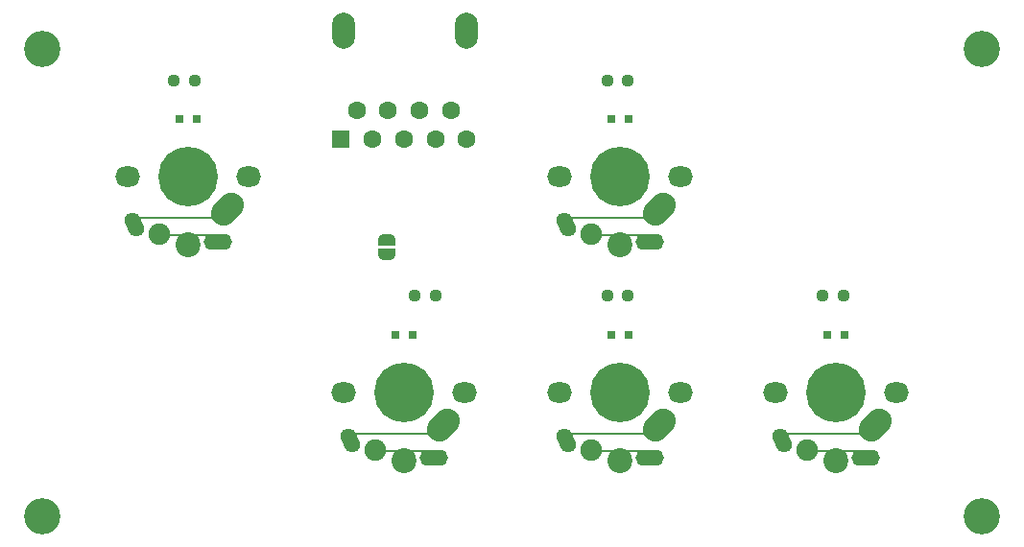
<source format=gbr>
%TF.GenerationSoftware,KiCad,Pcbnew,(7.0.0)*%
%TF.CreationDate,2023-03-04T23:54:57-08:00*%
%TF.ProjectId,JoyKeyMini,4a6f794b-6579-44d6-996e-692e6b696361,1*%
%TF.SameCoordinates,Original*%
%TF.FileFunction,Soldermask,Top*%
%TF.FilePolarity,Negative*%
%FSLAX46Y46*%
G04 Gerber Fmt 4.6, Leading zero omitted, Abs format (unit mm)*
G04 Created by KiCad (PCBNEW (7.0.0)) date 2023-03-04 23:54:57*
%MOMM*%
%LPD*%
G01*
G04 APERTURE LIST*
G04 Aperture macros list*
%AMRoundRect*
0 Rectangle with rounded corners*
0 $1 Rounding radius*
0 $2 $3 $4 $5 $6 $7 $8 $9 X,Y pos of 4 corners*
0 Add a 4 corners polygon primitive as box body*
4,1,4,$2,$3,$4,$5,$6,$7,$8,$9,$2,$3,0*
0 Add four circle primitives for the rounded corners*
1,1,$1+$1,$2,$3*
1,1,$1+$1,$4,$5*
1,1,$1+$1,$6,$7*
1,1,$1+$1,$8,$9*
0 Add four rect primitives between the rounded corners*
20,1,$1+$1,$2,$3,$4,$5,0*
20,1,$1+$1,$4,$5,$6,$7,0*
20,1,$1+$1,$6,$7,$8,$9,0*
20,1,$1+$1,$8,$9,$2,$3,0*%
%AMHorizOval*
0 Thick line with rounded ends*
0 $1 width*
0 $2 $3 position (X,Y) of the first rounded end (center of the circle)*
0 $4 $5 position (X,Y) of the second rounded end (center of the circle)*
0 Add line between two ends*
20,1,$1,$2,$3,$4,$5,0*
0 Add two circle primitives to create the rounded ends*
1,1,$1,$2,$3*
1,1,$1,$4,$5*%
%AMFreePoly0*
4,1,19,0.500000,-0.750000,0.000000,-0.750000,0.000000,-0.744911,-0.071157,-0.744911,-0.207708,-0.704816,-0.327430,-0.627875,-0.420627,-0.520320,-0.479746,-0.390866,-0.500000,-0.250000,-0.500000,0.250000,-0.479746,0.390866,-0.420627,0.520320,-0.327430,0.627875,-0.207708,0.704816,-0.071157,0.744911,0.000000,0.744911,0.000000,0.750000,0.500000,0.750000,0.500000,-0.750000,0.500000,-0.750000,
$1*%
%AMFreePoly1*
4,1,19,0.000000,0.744911,0.071157,0.744911,0.207708,0.704816,0.327430,0.627875,0.420627,0.520320,0.479746,0.390866,0.500000,0.250000,0.500000,-0.250000,0.479746,-0.390866,0.420627,-0.520320,0.327430,-0.627875,0.207708,-0.704816,0.071157,-0.744911,0.000000,-0.744911,0.000000,-0.750000,-0.500000,-0.750000,-0.500000,0.750000,0.000000,0.750000,0.000000,0.744911,0.000000,0.744911,
$1*%
G04 Aperture macros list end*
%ADD10R,1.600000X1.600000*%
%ADD11C,1.600000*%
%ADD12RoundRect,0.237500X-0.250000X-0.237500X0.250000X-0.237500X0.250000X0.237500X-0.250000X0.237500X0*%
%ADD13R,0.800000X0.800000*%
%ADD14O,2.500000X1.400000*%
%ADD15R,1.758000X0.284000*%
%ADD16C,2.200000*%
%ADD17R,1.312000X0.254000*%
%ADD18C,1.900000*%
%ADD19HorizOval,2.200000X-0.353553X-0.353553X0.353553X0.353553X0*%
%ADD20R,6.832600X0.228600*%
%ADD21HorizOval,1.400000X-0.169047X0.362523X0.169047X-0.362523X0*%
%ADD22O,2.200000X1.800000*%
%ADD23C,5.250000*%
%ADD24O,2.000000X3.200000*%
%ADD25FreePoly0,270.000000*%
%ADD26FreePoly1,270.000000*%
%ADD27C,3.200000*%
%ADD28RoundRect,0.237500X0.250000X0.237500X-0.250000X0.237500X-0.250000X-0.237500X0.250000X-0.237500X0*%
G04 APERTURE END LIST*
D10*
%TO.C,J1*%
X52813164Y-36136580D03*
D11*
X55583165Y-36136581D03*
X58353165Y-36136581D03*
X61123165Y-36136581D03*
X63893165Y-36136581D03*
X54198165Y-33596581D03*
X56968165Y-33596581D03*
X59738165Y-33596581D03*
X62508165Y-33596581D03*
%TD*%
D12*
%TO.C,R7*%
X95300665Y-49968850D03*
X97125665Y-49968850D03*
%TD*%
%TO.C,R5*%
X76300665Y-30968850D03*
X78125665Y-30968850D03*
%TD*%
D13*
%TO.C,SW6*%
X95713164Y-53388849D03*
X97213164Y-53388849D03*
D14*
X99063164Y-64218849D03*
D15*
X97723164Y-63660849D03*
D16*
X96463165Y-64468850D03*
D17*
X95193164Y-63675849D03*
D18*
X93923165Y-63548850D03*
D19*
X99963164Y-61338849D03*
D20*
X95243964Y-62151849D03*
D21*
X91763164Y-62718849D03*
D22*
X101793164Y-58468849D03*
D23*
X96463165Y-58468850D03*
D22*
X91133164Y-58468849D03*
%TD*%
%TO.C,SW5*%
X72083164Y-58468849D03*
D23*
X77413165Y-58468850D03*
D22*
X82743164Y-58468849D03*
D21*
X72713164Y-62718849D03*
D20*
X76193964Y-62151849D03*
D19*
X80913164Y-61338849D03*
D18*
X74873165Y-63548850D03*
D17*
X76143164Y-63675849D03*
D16*
X77413165Y-64468850D03*
D15*
X78673164Y-63660849D03*
D14*
X80013164Y-64218849D03*
D13*
X78163164Y-53388849D03*
X76663164Y-53388849D03*
%TD*%
D24*
%TO.C,*%
X63856799Y-26587599D03*
%TD*%
D25*
%TO.C,JP1*%
X56861800Y-44987600D03*
D26*
X56861800Y-46287600D03*
%TD*%
D27*
%TO.C,REF\u002A\u002A*%
X109326165Y-69363850D03*
%TD*%
%TO.C,REF\u002A\u002A*%
X26474165Y-69363850D03*
%TD*%
D12*
%TO.C,R6*%
X76300665Y-49968850D03*
X78125665Y-49968850D03*
%TD*%
D27*
%TO.C,REF\u002A\u002A*%
X26474165Y-28206350D03*
%TD*%
D22*
%TO.C,SW4*%
X72083164Y-39418849D03*
D23*
X77413165Y-39418850D03*
D22*
X82743164Y-39418849D03*
D21*
X72713164Y-43668849D03*
D20*
X76193964Y-43101849D03*
D19*
X80913164Y-42288849D03*
D18*
X74873165Y-44498850D03*
D17*
X76143164Y-44625849D03*
D16*
X77413165Y-45418850D03*
D15*
X78673164Y-44610849D03*
D14*
X80013164Y-45168849D03*
D13*
X78163164Y-34338849D03*
X76663164Y-34338849D03*
%TD*%
D22*
%TO.C,SW3*%
X53033164Y-58468849D03*
D23*
X58363165Y-58468850D03*
D22*
X63693164Y-58468849D03*
D21*
X53663164Y-62718849D03*
D20*
X57143964Y-62151849D03*
D19*
X61863164Y-61338849D03*
D18*
X55823165Y-63548850D03*
D17*
X57093164Y-63675849D03*
D16*
X58363165Y-64468850D03*
D15*
X59623164Y-63660849D03*
D14*
X60963164Y-64218849D03*
D13*
X59113164Y-53388849D03*
X57613164Y-53388849D03*
%TD*%
D24*
%TO.C,*%
X53061799Y-26587599D03*
%TD*%
D22*
%TO.C,SW1*%
X33983164Y-39418849D03*
D23*
X39313165Y-39418850D03*
D22*
X44643164Y-39418849D03*
D21*
X34613164Y-43668849D03*
D20*
X38093964Y-43101849D03*
D19*
X42813164Y-42288849D03*
D18*
X36773165Y-44498850D03*
D17*
X38043164Y-44625849D03*
D16*
X39313165Y-45418850D03*
D15*
X40573164Y-44610849D03*
D14*
X41913164Y-45168849D03*
D13*
X40063164Y-34338849D03*
X38563164Y-34338849D03*
%TD*%
D28*
%TO.C,R4*%
X61125665Y-49968850D03*
X59300665Y-49968850D03*
%TD*%
D12*
%TO.C,R1*%
X38050665Y-30968850D03*
X39875665Y-30968850D03*
%TD*%
D27*
%TO.C,REF\u002A\u002A*%
X109326165Y-28138850D03*
%TD*%
M02*

</source>
